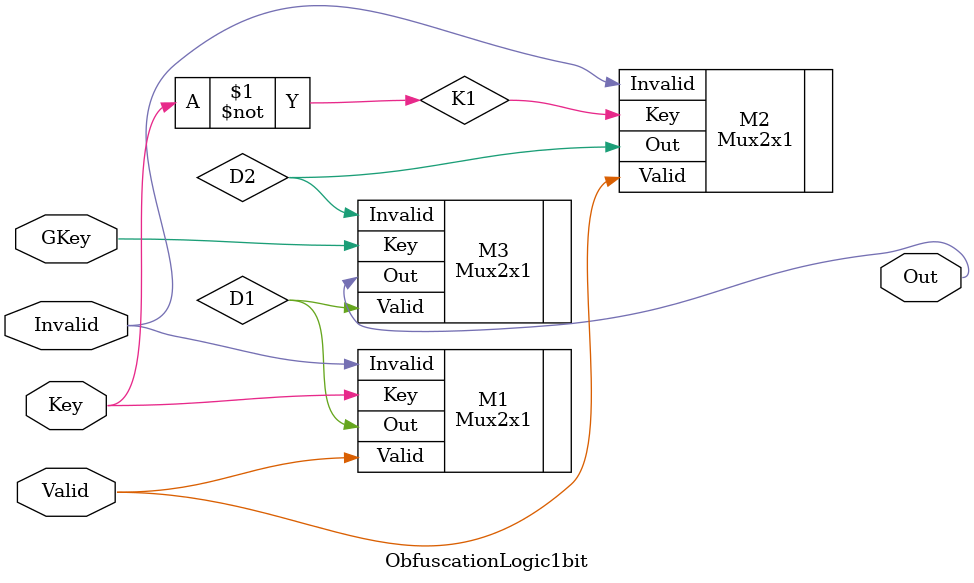
<source format=v>
`timescale 1ns / 1ps
module ObfuscationLogic1bit(
	 input Valid,
    input Invalid,
    output Out,
    input Key,
	 input GKey
    );

wire D1, D2;
wire K1;
assign K1 = ~Key;

Mux2x1 M1 (
    .Valid(Valid), 
    .Invalid(Invalid), 
    .Out(D1), 
    .Key(Key)
    );
Mux2x1 M2 (
    .Valid(Valid), 
    .Invalid(Invalid), 
    .Out(D2), 
    .Key(K1)
    );
Mux2x1 M3 (
    .Valid(D1), 
    .Invalid(D2), 
    .Out(Out), 
    .Key(GKey)
    );


endmodule

</source>
